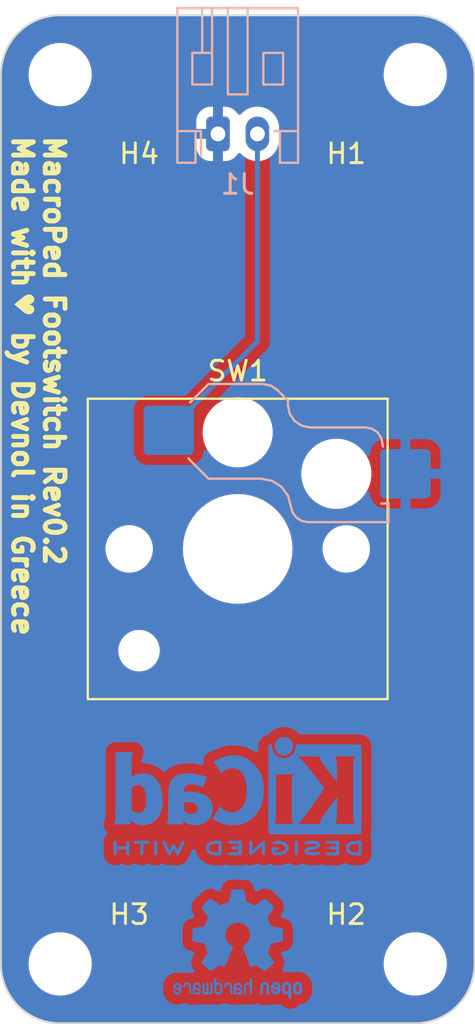
<source format=kicad_pcb>
(kicad_pcb (version 20221018) (generator pcbnew)
  (layers (0 "F.Cu" signal) (31 "B.Cu" signal) (34 "B.Paste" user) (35 "F.Paste" user) (36 "B.SilkS" user "B.Silkscreen") (37 "F.SilkS" user "F.Silkscreen") (38 "B.Mask" user) (39 "F.Mask" user) (44 "Edge.Cuts" user))
  (net 0 "")
  (net 1 "Net-(J9-Pin_2)")
  (net 2 "/Foot_GND")
  (footprint "PCM_Switch_Keyboard_Hotswap_Kailh:SW_Hotswap_Kailh_Choc_V1V2_2.00u_90deg" (layer "F.Cu") (at 105 49)
    (fp_text reference "SW1")
    (fp_text value "SW_SPST")
  )
  (footprint "MountingHole:MountingHole_2.7mm_M2.5_DIN965" (layer "F.Cu") (at 96 25)
    (fp_text reference "H4")
    (fp_text value "MountingHole" hide)
  )
  (footprint "MountingHole:MountingHole_2.7mm_M2.5_DIN965" (layer "F.Cu") (at 114 25)
    (fp_text reference "H1")
    (fp_text value "MountingHole" hide)
  )
  (footprint "MountingHole:MountingHole_2.7mm_M2.5_DIN965" (layer "F.Cu") (at 114 70)
    (fp_text reference "H2")
    (fp_text value "MountingHole" hide)
  )
  (footprint "MountingHole:MountingHole_2.7mm_M2.5_DIN965" (layer "F.Cu") (at 96 70)
    (fp_text reference "H3")
    (fp_text value "MountingHole" hide)
  )
  (footprint "Symbol:KiCad-Logo2_5mm_Copper" (layer "B.Cu") (at 105 61.5 180)
    (fp_text reference "REF**" hide)
    (fp_text value "KiCad-Logo2_5mm_Copper" hide)
  )
  (footprint "Symbol:OSHW-Logo2_7.3x6mm_Copper" (layer "B.Cu") (at 105 69 180)
    (fp_text reference "REF**" hide)
    (fp_text value "OSHW-Logo2_7.3x6mm_Copper" hide)
  )
  (footprint "Connector_JST:JST_PH_S2B-PH-K_1x02_P2.00mm_Horizontal" (layer "B.Cu") (at 104 28)
    (fp_text reference "J1")
    (fp_text value "Conn_01x02_Socket" hide)
  )
  (gr_arc (start 117 70) (mid 116.12132 72.12132) (end 114 73) (stroke (width 0.1)) (layer "Edge.Cuts"))
  (gr_line (start 96 22) (end 114 22) (stroke (width 0.1)) (layer "Edge.Cuts"))
  (gr_arc (start 114 22) (mid 116.12132 22.87868) (end 117 25) (stroke (width 0.1)) (layer "Edge.Cuts"))
  (gr_arc (start 96 73) (mid 93.87868 72.12132) (end 93 70) (stroke (width 0.1)) (layer "Edge.Cuts"))
  (gr_arc (start 93 25) (mid 93.87868 22.87868) (end 96 22) (stroke (width 0.1)) (layer "Edge.Cuts"))
  (gr_line (start 117 25) (end 117 70) (stroke (width 0.1)) (layer "Edge.Cuts"))
  (gr_line (start 93 70) (end 93 25) (stroke (width 0.1)) (layer "Edge.Cuts"))
  (gr_line (start 114 73) (end 96 73) (stroke (width 0.1)) (layer "Edge.Cuts"))
  (gr_text "MacroPed Footswitch Rev0.2\nMade with   by Devnol in Greece" (at 93.5 28 270) (layer "F.SilkS") (effects (font (size 1 1) (thickness 0.25) bold) (justify left bottom)))
  (gr_text "♥︎" (at 93.5 36 270) (layer "F.SilkS") (effects (font (size 1 1) (thickness 0.25) bold) (justify left bottom)))
  (segment (start 106 38.5) (end 101.5 43) (width 0.25) (layer "B.Cu") (net 1))
  (segment (start 106 28) (end 106 38.5) (width 0.25) (layer "B.Cu") (net 1))
  (zone (net 2) (net_name "/Foot_GND") (layer "F.Cu") (connect_pads (clearance 0.5)) (min_thickness 0.25) (fill yes (thermal_gap 0.5) (thermal_bridge_width 0.5))
    (polygon (pts (xy 93 22) (xy 117 22) (xy 117 73) (xy 93 73)))
  )
  (zone (net 2) (net_name "/Foot_GND") (layer "B.Cu") (priority 1) (connect_pads (clearance 0.5)) (min_thickness 0.25) (fill yes (thermal_gap 0.5) (thermal_bridge_width 0.5))
    (polygon (pts (xy 93 22) (xy 117 22) (xy 117 73) (xy 93 73)))
  )
)
</source>
